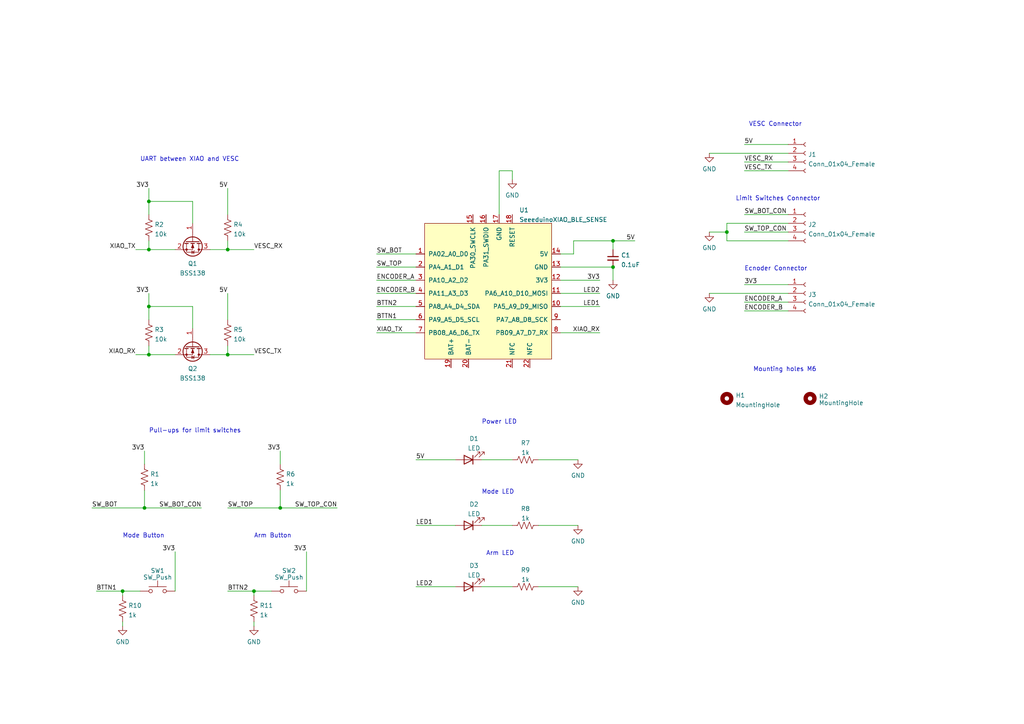
<source format=kicad_sch>
(kicad_sch (version 20230121) (generator eeschema)
  (paper "A4")
  (lib_symbols
    (symbol "Connector:Conn_01x04_Female" (pin_names (offset 1.016) hide)
      (property "Reference" "J" (at 0 5.08 0))
      (property "Value" "Conn_01x04_Female" (at 0 -7.62 0))
      (symbol "Conn_01x04_Female_1_1"
        (arc (start 0 -4.572) (mid -0.5058 -5.08) (end 0 -5.588) (stroke (width 0.1524)))
        (arc (start 0 -2.032) (mid -0.5058 -2.54) (end 0 -3.048) (stroke (width 0.1524)))
        (polyline (pts (xy -1.27 -5.08) (xy -0.508 -5.08)) (stroke (width 0.1524)))
        (polyline (pts (xy -1.27 -2.54) (xy -0.508 -2.54)) (stroke (width 0.1524)))
        (polyline (pts (xy -1.27 0) (xy -0.508 0)) (stroke (width 0.1524)))
        (polyline (pts (xy -1.27 2.54) (xy -0.508 2.54)) (stroke (width 0.1524)))
        (arc (start 0 0.508) (mid -0.5058 0) (end 0 -0.508) (stroke (width 0.1524)))
        (arc (start 0 3.048) (mid -0.5058 2.54) (end 0 2.032) (stroke (width 0.1524)))
        (pin passive line (at -5.08 2.54 0) (length 3.81) (name "Pin_1") (number "1"))
        (pin passive line (at -5.08 0 0) (length 3.81) (name "Pin_2") (number "2"))
        (pin passive line (at -5.08 -2.54 0) (length 3.81) (name "Pin_3") (number "3"))
        (pin passive line (at -5.08 -5.08 0) (length 3.81) (name "Pin_4") (number "4"))
      )
    )
    (symbol "Device:C_Small" (pin_numbers hide) (pin_names (offset 0.254) hide)
      (property "Reference" "C" (at 0.254 1.778 0))
      (property "Value" "C_Small" (at 0.254 -2.032 0))
      (symbol "C_Small_0_1"
        (polyline (pts (xy -1.524 -0.508) (xy 1.524 -0.508)) (stroke (width 0.3302)))
        (polyline (pts (xy -1.524 0.508) (xy 1.524 0.508)) (stroke (width 0.3048)))
      )
      (symbol "C_Small_1_1"
        (pin passive line (at 0 2.54 270) (length 2.032) (name "~") (number "1"))
        (pin passive line (at 0 -2.54 90) (length 2.032) (name "~") (number "2"))
      )
    )
    (symbol "Device:LED" (pin_numbers hide) (pin_names (offset 1.016) hide)
      (property "Reference" "D" (at 0 2.54 0))
      (property "Value" "LED" (at 0 -2.54 0))
      (symbol "LED_0_1"
        (polyline (pts (xy -1.27 -1.27) (xy -1.27 1.27)) (stroke (width 0.254)))
        (polyline (pts (xy -1.27 0) (xy 1.27 0)))
        (polyline (pts (xy 1.27 -1.27) (xy 1.27 1.27) (xy -1.27 0) (xy 1.27 -1.27)) (stroke (width 0.254)))
        (polyline (pts (xy -3.048 -0.762) (xy -4.572 -2.286) (xy -3.81 -2.286) (xy -4.572 -2.286) (xy -4.572 -1.524)))
        (polyline (pts (xy -1.778 -0.762) (xy -3.302 -2.286) (xy -2.54 -2.286) (xy -3.302 -2.286) (xy -3.302 -1.524)))
      )
      (symbol "LED_1_1"
        (pin passive line (at -3.81 0 0) (length 2.54) (name "K") (number "1"))
        (pin passive line (at 3.81 0 180) (length 2.54) (name "A") (number "2"))
      )
    )
    (symbol "Device:R_US" (pin_numbers hide) (pin_names (offset 0))
      (property "Reference" "R" (at 2.54 0 90))
      (property "Value" "R_US" (at -2.54 0 90))
      (symbol "R_US_0_1"
        (polyline (pts (xy 0 -2.286) (xy 0 -2.54)))
        (polyline (pts (xy 0 2.286) (xy 0 2.54)))
        (polyline (pts (xy 0 -0.762) (xy 1.016 -1.143) (xy 0 -1.524) (xy -1.016 -1.905) (xy 0 -2.286)))
        (polyline (pts (xy 0 0.762) (xy 1.016 0.381) (xy 0 0) (xy -1.016 -0.381) (xy 0 -0.762)))
        (polyline (pts (xy 0 2.286) (xy 1.016 1.905) (xy 0 1.524) (xy -1.016 1.143) (xy 0 0.762)))
      )
      (symbol "R_US_1_1"
        (pin passive line (at 0 3.81 270) (length 1.27) (name "~") (number "1"))
        (pin passive line (at 0 -3.81 90) (length 1.27) (name "~") (number "2"))
      )
    )
    (symbol "Mechanical:MountingHole" (pin_names (offset 1.016))
      (property "Reference" "H" (at 0 5.08 0))
      (property "Value" "MountingHole" (at 0 3.175 0))
      (symbol "MountingHole_0_1"
        (circle (center 0 0) (radius 1.27) (stroke (width 1.27)))
      )
    )
    (symbol "Seeeduino XIAO:SeeeduinoXIAO_BLE_SENSE" (pin_names (offset 1.016))
      (property "Reference" "U" (at -19.05 24.13 0))
      (property "Value" "SeeeduinoXIAO_BLE_SENSE" (at -20.32 21.59 0))
      (symbol "SeeeduinoXIAO_BLE_SENSE_0_1"
        (rectangle (start -19.05 20.32) (end 17.78 -19.05) (fill (type background)))
      )
      (symbol "SeeeduinoXIAO_BLE_SENSE_1_1"
        (pin unspecified line (at -21.59 11.43 0) (length 2.54) (name "PA02_A0_D0") (number "1"))
        (pin unspecified line (at 20.32 -3.81 180) (length 2.54) (name "PA5_A9_D9_MISO") (number "10"))
        (pin unspecified line (at 20.32 0 180) (length 2.54) (name "PA6_A10_D10_MOSI") (number "11"))
        (pin unspecified line (at 20.32 3.81 180) (length 2.54) (name "3V3") (number "12"))
        (pin unspecified line (at 20.32 7.62 180) (length 2.54) (name "GND") (number "13"))
        (pin unspecified line (at 20.32 11.43 180) (length 2.54) (name "5V") (number "14"))
        (pin input line (at -5.08 22.86 270) (length 2.54) (name "PA30_SWCLK") (number "15"))
        (pin input line (at -1.27 22.86 270) (length 2.54) (name "PA31_SWDIO") (number "16"))
        (pin input line (at 2.54 22.86 270) (length 2.54) (name "GND") (number "17"))
        (pin input line (at 6.35 22.86 270) (length 2.54) (name "RESET") (number "18"))
        (pin input line (at -11.43 -21.59 90) (length 2.54) (name "BAT+") (number "19"))
        (pin unspecified line (at -21.59 7.62 0) (length 2.54) (name "PA4_A1_D1") (number "2"))
        (pin input line (at -6.35 -21.59 90) (length 2.54) (name "BAT-") (number "20"))
        (pin input line (at 6.35 -21.59 90) (length 2.54) (name "NFC") (number "21"))
        (pin input line (at 11.43 -21.59 90) (length 2.54) (name "NFC") (number "22"))
        (pin unspecified line (at -21.59 3.81 0) (length 2.54) (name "PA10_A2_D2") (number "3"))
        (pin unspecified line (at -21.59 0 0) (length 2.54) (name "PA11_A3_D3") (number "4"))
        (pin unspecified line (at -21.59 -3.81 0) (length 2.54) (name "PA8_A4_D4_SDA") (number "5"))
        (pin unspecified line (at -21.59 -7.62 0) (length 2.54) (name "PA9_A5_D5_SCL") (number "6"))
        (pin unspecified line (at -21.59 -11.43 0) (length 2.54) (name "PB08_A6_D6_TX") (number "7"))
        (pin unspecified line (at 20.32 -11.43 180) (length 2.54) (name "PB09_A7_D7_RX") (number "8"))
        (pin unspecified line (at 20.32 -7.62 180) (length 2.54) (name "PA7_A8_D8_SCK") (number "9"))
      )
    )
    (symbol "Switch:SW_Push" (pin_numbers hide) (pin_names (offset 1.016) hide)
      (property "Reference" "SW" (at 1.27 2.54 0))
      (property "Value" "SW_Push" (at 0 -1.524 0))
      (symbol "SW_Push_0_1"
        (circle (center -2.032 0) (radius 0.508))
        (polyline (pts (xy 0 1.27) (xy 0 3.048)))
        (polyline (pts (xy 2.54 1.27) (xy -2.54 1.27)))
        (circle (center 2.032 0) (radius 0.508))
        (pin passive line (at -5.08 0 0) (length 2.54) (name "1") (number "1"))
        (pin passive line (at 5.08 0 180) (length 2.54) (name "2") (number "2"))
      )
    )
    (symbol "Transistor_FET:BSS138" (pin_names hide)
      (property "Reference" "Q" (at 5.08 1.905 0))
      (property "Value" "BSS138" (at 5.08 0 0))
      (symbol "BSS138_0_1"
        (polyline (pts (xy 0.254 0) (xy -2.54 0)))
        (polyline (pts (xy 0.254 1.905) (xy 0.254 -1.905)) (stroke (width 0.254)))
        (polyline (pts (xy 0.762 -1.27) (xy 0.762 -2.286)) (stroke (width 0.254)))
        (polyline (pts (xy 0.762 0.508) (xy 0.762 -0.508)) (stroke (width 0.254)))
        (polyline (pts (xy 0.762 2.286) (xy 0.762 1.27)) (stroke (width 0.254)))
        (polyline (pts (xy 2.54 2.54) (xy 2.54 1.778)))
        (polyline (pts (xy 2.54 -2.54) (xy 2.54 0) (xy 0.762 0)))
        (polyline (pts (xy 0.762 -1.778) (xy 3.302 -1.778) (xy 3.302 1.778) (xy 0.762 1.778)))
        (polyline (pts (xy 1.016 0) (xy 2.032 0.381) (xy 2.032 -0.381) (xy 1.016 0)) (fill (type outline)))
        (polyline (pts (xy 2.794 0.508) (xy 2.921 0.381) (xy 3.683 0.381) (xy 3.81 0.254)))
        (polyline (pts (xy 3.302 0.381) (xy 2.921 -0.254) (xy 3.683 -0.254) (xy 3.302 0.381)))
        (circle (center 1.651 0) (radius 2.794) (stroke (width 0.254)))
        (circle (center 2.54 -1.778) (radius 0.254) (fill (type outline)))
        (circle (center 2.54 1.778) (radius 0.254) (fill (type outline)))
      )
      (symbol "BSS138_1_1"
        (pin input line (at -5.08 0 0) (length 2.54) (name "G") (number "1"))
        (pin passive line (at 2.54 -5.08 90) (length 2.54) (name "S") (number "2"))
        (pin passive line (at 2.54 5.08 270) (length 2.54) (name "D") (number "3"))
      )
    )
    (symbol "power:GND" (power) (pin_names (offset 0))
      (property "Value" "GND" (at 0 -3.81 0))
      (symbol "GND_0_1"
        (polyline (pts (xy 0 0) (xy 0 -1.27) (xy 1.27 -1.27) (xy 0 -2.54) (xy -1.27 -1.27) (xy 0 -1.27)))
      )
      (symbol "GND_1_1"
        (pin power_in line (at 0 0 270) (length 0) hide (name "GND") (number "1"))
      )
    )
  )
  (junction (at 73.66 171.45))
  (junction (at 43.18 88.9))
  (junction (at 43.18 72.39))
  (junction (at 43.18 102.87))
  (junction (at 35.56 171.45))
  (junction (at 66.04 72.39))
  (junction (at 43.18 58.42))
  (junction (at 177.8 77.47))
  (junction (at 177.8 69.85))
  (junction (at 41.91 147.32))
  (junction (at 81.28 147.32))
  (junction (at 210.82 67.31))
  (junction (at 66.04 102.87))
  (wire (pts (xy 73.66 171.45) (xy 66.04 171.45)))
  (wire (pts (xy 210.82 64.77) (xy 210.82 67.31)))
  (wire (pts (xy 109.22 85.09) (xy 120.65 85.09)))
  (wire (pts (xy 120.65 152.4) (xy 132.08 152.4)))
  (wire (pts (xy 109.22 92.71) (xy 120.65 92.71)))
  (wire (pts (xy 205.74 44.45) (xy 228.6 44.45)))
  (wire (pts (xy 40.64 171.45) (xy 35.56 171.45)))
  (wire (pts (xy 66.04 72.39) (xy 73.66 72.39)))
  (wire (pts (xy 177.8 69.85) (xy 177.8 72.39)))
  (wire (pts (xy 177.8 69.85) (xy 184.15 69.85)))
  (wire (pts (xy 66.04 54.61) (xy 66.04 62.23)))
  (wire (pts (xy 66.04 102.87) (xy 73.66 102.87)))
  (wire (pts (xy 120.65 170.18) (xy 132.08 170.18)))
  (wire (pts (xy 55.88 58.42) (xy 43.18 58.42)))
  (wire (pts (xy 215.9 67.31) (xy 228.6 67.31)))
  (wire (pts (xy 88.9 160.02) (xy 88.9 171.45)))
  (wire (pts (xy 43.18 88.9) (xy 43.18 92.71)))
  (wire (pts (xy 35.56 172.72) (xy 35.56 171.45)))
  (wire (pts (xy 73.66 180.34) (xy 73.66 181.61)))
  (wire (pts (xy 139.7 170.18) (xy 148.59 170.18)))
  (wire (pts (xy 55.88 95.25) (xy 55.88 88.9)))
  (wire (pts (xy 215.9 90.17) (xy 228.6 90.17)))
  (wire (pts (xy 139.7 152.4) (xy 148.59 152.4)))
  (wire (pts (xy 81.28 130.81) (xy 81.28 134.62)))
  (wire (pts (xy 215.9 82.55) (xy 228.6 82.55)))
  (wire (pts (xy 41.91 147.32) (xy 58.42 147.32)))
  (wire (pts (xy 78.74 171.45) (xy 73.66 171.45)))
  (wire (pts (xy 166.37 69.85) (xy 177.8 69.85)))
  (wire (pts (xy 156.21 152.4) (xy 167.64 152.4)))
  (wire (pts (xy 173.99 85.09) (xy 162.56 85.09)))
  (wire (pts (xy 144.78 49.53) (xy 148.59 49.53)))
  (wire (pts (xy 43.18 69.85) (xy 43.18 72.39)))
  (wire (pts (xy 50.8 160.02) (xy 50.8 171.45)))
  (wire (pts (xy 43.18 102.87) (xy 50.8 102.87)))
  (wire (pts (xy 162.56 73.66) (xy 166.37 73.66)))
  (wire (pts (xy 43.18 100.33) (xy 43.18 102.87)))
  (wire (pts (xy 81.28 147.32) (xy 97.79 147.32)))
  (wire (pts (xy 35.56 171.45) (xy 27.94 171.45)))
  (wire (pts (xy 210.82 69.85) (xy 228.6 69.85)))
  (wire (pts (xy 215.9 46.99) (xy 228.6 46.99)))
  (wire (pts (xy 109.22 96.52) (xy 120.65 96.52)))
  (wire (pts (xy 228.6 64.77) (xy 210.82 64.77)))
  (wire (pts (xy 210.82 67.31) (xy 210.82 69.85)))
  (wire (pts (xy 109.22 77.47) (xy 120.65 77.47)))
  (wire (pts (xy 177.8 77.47) (xy 177.8 81.28)))
  (wire (pts (xy 166.37 73.66) (xy 166.37 69.85)))
  (wire (pts (xy 66.04 102.87) (xy 66.04 100.33)))
  (wire (pts (xy 205.74 85.09) (xy 228.6 85.09)))
  (wire (pts (xy 162.56 77.47) (xy 177.8 77.47)))
  (wire (pts (xy 173.99 88.9) (xy 162.56 88.9)))
  (wire (pts (xy 39.37 102.87) (xy 43.18 102.87)))
  (wire (pts (xy 120.65 133.35) (xy 132.08 133.35)))
  (wire (pts (xy 35.56 180.34) (xy 35.56 181.61)))
  (wire (pts (xy 109.22 73.66) (xy 120.65 73.66)))
  (wire (pts (xy 81.28 142.24) (xy 81.28 147.32)))
  (wire (pts (xy 162.56 96.52) (xy 173.99 96.52)))
  (wire (pts (xy 215.9 62.23) (xy 228.6 62.23)))
  (wire (pts (xy 162.56 81.28) (xy 173.99 81.28)))
  (wire (pts (xy 156.21 133.35) (xy 167.64 133.35)))
  (wire (pts (xy 109.22 88.9) (xy 120.65 88.9)))
  (wire (pts (xy 43.18 58.42) (xy 43.18 62.23)))
  (wire (pts (xy 109.22 81.28) (xy 120.65 81.28)))
  (wire (pts (xy 148.59 49.53) (xy 148.59 52.07)))
  (wire (pts (xy 60.96 72.39) (xy 66.04 72.39)))
  (wire (pts (xy 41.91 130.81) (xy 41.91 134.62)))
  (wire (pts (xy 39.37 72.39) (xy 43.18 72.39)))
  (wire (pts (xy 55.88 64.77) (xy 55.88 58.42)))
  (wire (pts (xy 26.67 147.32) (xy 41.91 147.32)))
  (wire (pts (xy 66.04 147.32) (xy 81.28 147.32)))
  (wire (pts (xy 215.9 49.53) (xy 228.6 49.53)))
  (wire (pts (xy 215.9 87.63) (xy 228.6 87.63)))
  (wire (pts (xy 139.7 133.35) (xy 148.59 133.35)))
  (wire (pts (xy 215.9 41.91) (xy 228.6 41.91)))
  (wire (pts (xy 73.66 171.45) (xy 73.66 172.72)))
  (wire (pts (xy 156.21 170.18) (xy 167.64 170.18)))
  (wire (pts (xy 144.78 49.53) (xy 144.78 62.23)))
  (wire (pts (xy 66.04 72.39) (xy 66.04 69.85)))
  (wire (pts (xy 43.18 54.61) (xy 43.18 58.42)))
  (wire (pts (xy 43.18 72.39) (xy 50.8 72.39)))
  (wire (pts (xy 41.91 142.24) (xy 41.91 147.32)))
  (wire (pts (xy 55.88 88.9) (xy 43.18 88.9)))
  (wire (pts (xy 60.96 102.87) (xy 66.04 102.87)))
  (wire (pts (xy 205.74 67.31) (xy 210.82 67.31)))
  (wire (pts (xy 43.18 85.09) (xy 43.18 88.9)))
  (wire (pts (xy 66.04 85.09) (xy 66.04 92.71)))
  (text "Mounting holes M6" (at 218.44 107.95 0) (effects (font (size 1.27 1.27)) (justify left bottom)))
  (text "Mode LED" (at 139.7 143.51 0) (effects (font (size 1.27 1.27)) (justify left bottom)))
  (text "Arm Button" (at 73.66 156.21 0) (effects (font (size 1.27 1.27)) (justify left bottom)))
  (text "Mode Button" (at 35.56 156.21 0) (effects (font (size 1.27 1.27)) (justify left bottom)))
  (text "Ecnoder Connector" (at 215.9 78.74 0) (effects (font (size 1.27 1.27)) (justify left bottom)))
  (text "Power LED" (at 139.7 123.19 0) (effects (font (size 1.27 1.27)) (justify left bottom)))
  (text "VESC Connector" (at 217.17 36.83 0) (effects (font (size 1.27 1.27)) (justify left bottom)))
  (text "Limit Switches Connector" (at 213.36 58.42 0) (effects (font (size 1.27 1.27)) (justify left bottom)))
  (text "Arm LED" (at 140.97 161.29 0) (effects (font (size 1.27 1.27)) (justify left bottom)))
  (text "UART between XIAO and VESC" (at 40.64 46.99 0) (effects (font (size 1.27 1.27)) (justify left bottom)))
  (text "Pull-ups for limit switches" (at 43.18 125.73 0) (effects (font (size 1.27 1.27)) (justify left bottom)))
  (label "LED2" (at 173.99 85.09 180))
  (label "XIAO_RX" (at 173.99 96.52 180))
  (label "VESC_TX" (at 215.9 49.53 0))
  (label "SW_TOP" (at 109.22 77.47 0))
  (label "LED1" (at 173.99 88.9 180))
  (label "VESC_TX" (at 73.66 102.87 0))
  (label "XIAO_TX" (at 109.22 96.52 0))
  (label "5V" (at 184.15 69.85 180))
  (label "ENCODER_B" (at 109.22 85.09 0))
  (label "5V" (at 120.65 133.35 0))
  (label "XIAO_RX" (at 39.37 102.87 180))
  (label "BTTN2" (at 109.22 88.9 0))
  (label "VESC_RX" (at 73.66 72.39 0))
  (label "3V3" (at 173.99 81.28 180))
  (label "3V3" (at 81.28 130.81 180))
  (label "3V3" (at 41.91 130.81 180))
  (label "SW_TOP_CON" (at 97.79 147.32 180))
  (label "SW_BOT_CON" (at 58.42 147.32 180))
  (label "VESC_RX" (at 215.9 46.99 0))
  (label "3V3" (at 50.8 160.02 180))
  (label "SW_TOP" (at 66.04 147.32 0))
  (label "BTTN2" (at 66.04 171.45 0))
  (label "SW_TOP_CON" (at 215.9 67.31 0))
  (label "3V3" (at 43.18 54.61 180))
  (label "ENCODER_A" (at 109.22 81.28 0))
  (label "XIAO_TX" (at 39.37 72.39 180))
  (label "5V" (at 66.04 85.09 180))
  (label "LED1" (at 120.65 152.4 0))
  (label "5V" (at 66.04 54.61 180))
  (label "SW_BOT_CON" (at 215.9 62.23 0))
  (label "SW_BOT" (at 26.67 147.32 0))
  (label "3V3" (at 43.18 85.09 180))
  (label "BTTN1" (at 109.22 92.71 0))
  (label "3V3" (at 215.9 82.55 0))
  (label "ENCODER_B" (at 215.9 90.17 0))
  (label "ENCODER_A" (at 215.9 87.63 0))
  (label "LED2" (at 120.65 170.18 0))
  (label "3V3" (at 88.9 160.02 180))
  (label "SW_BOT" (at 109.22 73.66 0))
  (label "5V" (at 215.9 41.91 0))
  (label "BTTN1" (at 27.94 171.45 0))
  (symbol (lib_id "Device:R_US") (at 152.4 170.18 90) (unit 1)
    (property "Reference" "R9" (at 152.4 165.3245 90))
    (property "Value" "1k" (at 152.4 168.0996 90))
    (property "Footprint" "Resistor_SMD:R_0603_1608Metric" (effects hide))
    (property "Datasheet" "https://www.digikey.com/en/products/detail/yageo/RC0603JR-0730RL/726767" (effects hide))
  )
  (symbol (lib_id "Mechanical:MountingHole") (at 234.95 115.57 90) (unit 1)
    (property "Reference" "H2" (at 237.49 114.9263 90) (effects (justify right)))
    (property "Value" "MountingHole" (at 237.49 116.8473 90) (effects (justify right)))
    (property "Footprint" "MountingHole:MountingHole_6.4mm_M6_Pad_Via" (effects hide))
  )
  (symbol (lib_id "power:GND") (at 73.66 181.61 0) (unit 1)
    (property "Reference" "#PWR03" (effects hide))
    (property "Value" "GND" (at 73.66 186.1725 0))
  )
  (symbol (lib_id "Mechanical:MountingHole") (at 210.82 115.57 0) (unit 1)
    (property "Reference" "H1" (at 213.36 114.6615 0) (effects (justify left)))
    (property "Value" "MountingHole" (at 213.36 117.4366 0) (effects (justify left)))
    (property "Footprint" "MountingHole:MountingHole_6.4mm_M6_Pad_Via" (effects hide))
  )
  (symbol (lib_id "power:GND") (at 167.64 170.18 0) (unit 1)
    (property "Reference" "#PWR01" (effects hide))
    (property "Value" "GND" (at 167.64 174.7425 0))
  )
  (symbol (lib_id "Device:R_US") (at 35.56 176.53 0) (unit 1)
    (property "Reference" "R10" (at 37.211 175.6215 0) (effects (justify left)))
    (property "Value" "1k" (at 37.211 178.3966 0) (effects (justify left)))
    (property "Footprint" "Resistor_SMD:R_0603_1608Metric" (effects hide))
    (property "Datasheet" "https://www.digikey.com/en/products/detail/yageo/RC0603FR-071KL/726843" (effects hide))
  )
  (symbol (lib_id "power:GND") (at 205.74 67.31 0) (unit 1)
    (property "Reference" "#PWR0103" (effects hide))
    (property "Value" "GND" (at 205.74 71.8725 0))
  )
  (symbol (lib_id "power:GND") (at 148.59 52.07 0) (unit 1)
    (property "Reference" "#PWR0101" (effects hide))
    (property "Value" "GND" (at 148.59 56.6325 0))
  )
  (symbol (lib_id "power:GND") (at 35.56 181.61 0) (unit 1)
    (property "Reference" "#PWR02" (effects hide))
    (property "Value" "GND" (at 35.56 186.1725 0))
  )
  (symbol (lib_id "Device:R_US") (at 66.04 96.52 0) (unit 1)
    (property "Reference" "R5" (at 67.691 95.6115 0) (effects (justify left)))
    (property "Value" "10k" (at 67.691 98.3866 0) (effects (justify left)))
    (property "Footprint" "Resistor_SMD:R_0603_1608Metric" (effects hide))
    (property "Datasheet" "https://www.digikey.com/en/products/detail/yageo/RC0603FR-0710KL/726880" (effects hide))
  )
  (symbol (lib_id "Device:R_US") (at 66.04 66.04 0) (unit 1)
    (property "Reference" "R4" (at 67.691 65.1315 0) (effects (justify left)))
    (property "Value" "10k" (at 67.691 67.9066 0) (effects (justify left)))
    (property "Footprint" "Resistor_SMD:R_0603_1608Metric" (effects hide))
    (property "Datasheet" "https://www.digikey.com/en/products/detail/yageo/RC0603FR-0710KL/726880" (effects hide))
  )
  (symbol (lib_id "power:GND") (at 177.8 81.28 0) (unit 1)
    (property "Reference" "#PWR0102" (effects hide))
    (property "Value" "GND" (at 177.8 85.8425 0))
  )
  (symbol (lib_id "power:GND") (at 205.74 44.45 0) (unit 1)
    (property "Reference" "#PWR0105" (effects hide))
    (property "Value" "GND" (at 205.74 49.0125 0))
  )
  (symbol (lib_id "Transistor_FET:BSS138") (at 55.88 69.85 270) (unit 1)
    (property "Reference" "Q1" (at 55.88 76.4445 90))
    (property "Value" "BSS138" (at 55.88 79.2196 90))
    (property "Footprint" "Package_TO_SOT_SMD:SOT-23" (effects hide))
    (property "Datasheet" "https://www.digikey.com/en/products/detail/diodes-incorporated/BSS138W-7-F/814992" (effects hide))
  )
  (symbol (lib_id "power:GND") (at 167.64 152.4 0) (unit 1)
    (property "Reference" "#PWR0107" (effects hide))
    (property "Value" "GND" (at 167.64 156.9625 0))
  )
  (symbol (lib_id "Seeeduino XIAO:SeeeduinoXIAO_BLE_SENSE") (at 142.24 85.09 0) (unit 1)
    (property "Reference" "U1" (at 150.6094 60.9305 0) (effects (justify left)))
    (property "Value" "SeeeduinoXIAO_BLE_SENSE" (at 150.6094 63.7056 0) (effects (justify left)))
    (property "Footprint" "Seeeduino XIAO KICAD:xiao-ble-smd" (effects hide))
  )
  (symbol (lib_id "Device:R_US") (at 152.4 152.4 90) (unit 1)
    (property "Reference" "R8" (at 152.4 147.5445 90))
    (property "Value" "1k" (at 152.4 150.3196 90))
    (property "Footprint" "Resistor_SMD:R_0603_1608Metric" (effects hide))
    (property "Datasheet" "https://www.digikey.com/en/products/detail/yageo/RC0603JR-0730RL/726767" (effects hide))
  )
  (symbol (lib_id "Device:R_US") (at 43.18 66.04 0) (unit 1)
    (property "Reference" "R2" (at 44.831 65.1315 0) (effects (justify left)))
    (property "Value" "10k" (at 44.831 67.9066 0) (effects (justify left)))
    (property "Footprint" "Resistor_SMD:R_0603_1608Metric" (effects hide))
    (property "Datasheet" "https://www.digikey.com/en/products/detail/yageo/RC0603FR-0710KL/726880" (effects hide))
  )
  (symbol (lib_id "Device:R_US") (at 73.66 176.53 0) (unit 1)
    (property "Reference" "R11" (at 75.311 175.6215 0) (effects (justify left)))
    (property "Value" "1k" (at 75.311 178.3966 0) (effects (justify left)))
    (property "Footprint" "Resistor_SMD:R_0603_1608Metric" (effects hide))
    (property "Datasheet" "https://www.digikey.com/en/products/detail/yageo/RC0603FR-071KL/726843" (effects hide))
  )
  (symbol (lib_id "power:GND") (at 205.74 85.09 0) (unit 1)
    (property "Reference" "#PWR0104" (effects hide))
    (property "Value" "GND" (at 205.74 89.6525 0))
  )
  (symbol (lib_id "Connector:Conn_01x04_Female") (at 233.68 64.77 0) (unit 1)
    (property "Reference" "J2" (at 234.3912 65.1315 0) (effects (justify left)))
    (property "Value" "Conn_01x04_Female" (at 234.3912 67.9066 0) (effects (justify left)))
    (property "Footprint" "Connector_JST:JST_PH_B4B-PH-K_1x04_P2.00mm_Vertical" (effects hide))
  )
  (symbol (lib_id "Device:LED") (at 135.89 133.35 180) (unit 1)
    (property "Reference" "D1" (at 137.4775 127.2245 0))
    (property "Value" "LED" (at 137.4775 129.9996 0))
    (property "Footprint" "LED_SMD:LED_0603_1608Metric" (effects hide))
    (property "Datasheet" "https://www.digikey.com/en/products/detail/ams-osram-usa-inc/LT-Q39G-Q1OO-25-1/2793416" (effects hide))
  )
  (symbol (lib_id "Connector:Conn_01x04_Female") (at 233.68 85.09 0) (unit 1)
    (property "Reference" "J3" (at 234.3912 85.4515 0) (effects (justify left)))
    (property "Value" "Conn_01x04_Female" (at 234.3912 88.2266 0) (effects (justify left)))
    (property "Footprint" "Connector_JST:JST_PH_B4B-PH-K_1x04_P2.00mm_Vertical" (effects hide))
  )
  (symbol (lib_id "Device:R_US") (at 152.4 133.35 90) (unit 1)
    (property "Reference" "R7" (at 152.4 128.4945 90))
    (property "Value" "1k" (at 152.4 131.2696 90))
    (property "Footprint" "Resistor_SMD:R_0603_1608Metric" (effects hide))
    (property "Datasheet" "https://www.digikey.com/en/products/detail/panasonic-electronic-components/ERJ-3EKF4300V/1746407" (effects hide))
  )
  (symbol (lib_id "Connector:Conn_01x04_Female") (at 233.68 44.45 0) (unit 1)
    (property "Reference" "J1" (at 234.3912 44.8115 0) (effects (justify left)))
    (property "Value" "Conn_01x04_Female" (at 234.3912 47.5866 0) (effects (justify left)))
    (property "Footprint" "Connector_JST:JST_PH_B4B-PH-K_1x04_P2.00mm_Vertical" (effects hide))
  )
  (symbol (lib_id "Device:C_Small") (at 177.8 74.93 0) (unit 1)
    (property "Reference" "C1" (at 180.1241 74.0278 0) (effects (justify left)))
    (property "Value" "0.1uF" (at 180.1241 76.8029 0) (effects (justify left)))
    (property "Footprint" "Capacitor_SMD:C_0603_1608Metric" (effects hide))
    (property "Datasheet" "https://www.digikey.com/en/products/detail/yageo/CC0603KRX7R7BB104/302822" (effects hide))
  )
  (symbol (lib_id "Device:R_US") (at 41.91 138.43 0) (unit 1)
    (property "Reference" "R1" (at 43.561 137.5215 0) (effects (justify left)))
    (property "Value" "1k" (at 43.561 140.2966 0) (effects (justify left)))
    (property "Footprint" "Resistor_SMD:R_0603_1608Metric" (effects hide))
    (property "Datasheet" "https://www.digikey.com/en/products/detail/yageo/RC0603FR-071KL/726843" (effects hide))
  )
  (symbol (lib_id "Device:R_US") (at 81.28 138.43 0) (unit 1)
    (property "Reference" "R6" (at 82.931 137.5215 0) (effects (justify left)))
    (property "Value" "1k" (at 82.931 140.2966 0) (effects (justify left)))
    (property "Footprint" "Resistor_SMD:R_0603_1608Metric" (effects hide))
    (property "Datasheet" "https://www.digikey.com/en/products/detail/yageo/RC0603FR-071KL/726843" (effects hide))
  )
  (symbol (lib_id "Device:R_US") (at 43.18 96.52 0) (unit 1)
    (property "Reference" "R3" (at 44.831 95.6115 0) (effects (justify left)))
    (property "Value" "10k" (at 44.831 98.3866 0) (effects (justify left)))
    (property "Footprint" "Resistor_SMD:R_0603_1608Metric" (effects hide))
    (property "Datasheet" "https://www.digikey.com/en/products/detail/yageo/RC0603FR-0710KL/726880" (effects hide))
  )
  (symbol (lib_id "Switch:SW_Push") (at 45.72 171.45 0) (unit 1)
    (property "Reference" "SW1" (at 45.72 165.5191 0))
    (property "Value" "SW_Push" (at 45.72 167.4401 0))
    (property "Footprint" "Button_Switch_SMD:SW_SPST_TL3305B" (effects hide))
  )
  (symbol (lib_id "power:GND") (at 167.64 133.35 0) (unit 1)
    (property "Reference" "#PWR0106" (effects hide))
    (property "Value" "GND" (at 167.64 137.9125 0))
  )
  (symbol (lib_id "Device:LED") (at 135.89 170.18 180) (unit 1)
    (property "Reference" "D3" (at 137.4775 164.0545 0))
    (property "Value" "LED" (at 137.4775 166.8296 0))
    (property "Footprint" "LED_SMD:LED_0603_1608Metric" (effects hide))
    (property "Datasheet" "https://www.digikey.com/en/products/detail/ams-osram-usa-inc/LB-Q39G-L2OO-35-1/2176322" (effects hide))
  )
  (symbol (lib_id "Transistor_FET:BSS138") (at 55.88 100.33 270) (unit 1)
    (property "Reference" "Q2" (at 55.88 106.9245 90))
    (property "Value" "BSS138" (at 55.88 109.6996 90))
    (property "Footprint" "Package_TO_SOT_SMD:SOT-23" (effects hide))
    (property "Datasheet" "https://www.digikey.com/en/products/detail/diodes-incorporated/BSS138W-7-F/814992" (effects hide))
  )
  (symbol (lib_id "Switch:SW_Push") (at 83.82 171.45 0) (unit 1)
    (property "Reference" "SW2" (at 83.82 165.5191 0))
    (property "Value" "SW_Push" (at 83.82 167.4401 0))
    (property "Footprint" "Button_Switch_SMD:SW_SPST_TL3305B" (effects hide))
  )
  (symbol (lib_id "Device:LED") (at 135.89 152.4 180) (unit 1)
    (property "Reference" "D2" (at 137.4775 146.2745 0))
    (property "Value" "LED" (at 137.4775 149.0496 0))
    (property "Footprint" "LED_SMD:LED_0603_1608Metric" (effects hide))
    (property "Datasheet" "https://www.digikey.com/en/products/detail/ams-osram-usa-inc/LB-Q39G-L2OO-35-1/2176322" (effects hide))
  )
)
</source>
